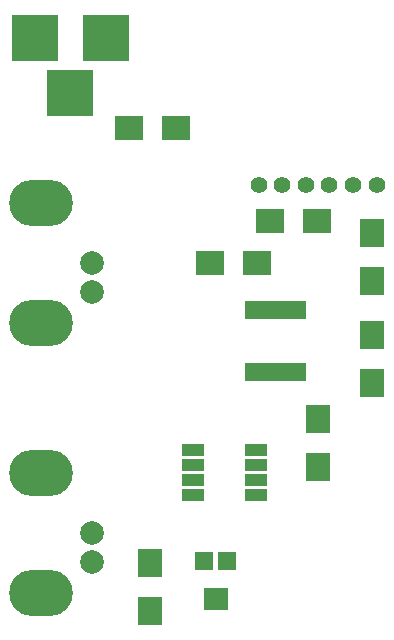
<source format=gbr>
G04 #@! TF.FileFunction,Soldermask,Top*
%FSLAX46Y46*%
G04 Gerber Fmt 4.6, Leading zero omitted, Abs format (unit mm)*
G04 Created by KiCad (PCBNEW 4.0.4-stable) date 12/12/16 02:41:32*
%MOMM*%
%LPD*%
G01*
G04 APERTURE LIST*
%ADD10C,0.100000*%
%ADD11R,0.800000X1.600000*%
%ADD12R,2.000000X2.400000*%
%ADD13R,2.400000X2.000000*%
%ADD14R,3.900120X3.900120*%
%ADD15O,5.401260X3.900120*%
%ADD16C,2.000200*%
%ADD17R,2.400000X2.100000*%
%ADD18R,2.100000X2.400000*%
%ADD19C,1.400000*%
%ADD20R,2.000000X1.900000*%
%ADD21R,1.600000X1.600000*%
%ADD22R,1.950000X1.000000*%
G04 APERTURE END LIST*
D10*
D11*
X148526500Y-100524000D03*
X147891500Y-100524000D03*
X147256500Y-100524000D03*
X146621500Y-100524000D03*
X145986500Y-100524000D03*
X145351500Y-100524000D03*
X144716500Y-100524000D03*
X144081500Y-100524000D03*
X144081500Y-105724000D03*
X144716500Y-105724000D03*
X145351500Y-105724000D03*
X145986500Y-105724000D03*
X146621500Y-105724000D03*
X147256500Y-105724000D03*
X147891500Y-105724000D03*
X148526500Y-105724000D03*
D12*
X154432000Y-98012000D03*
X154432000Y-94012000D03*
X154432000Y-106648000D03*
X154432000Y-102648000D03*
D13*
X137890000Y-85090000D03*
X133890000Y-85090000D03*
D14*
X131930140Y-77470000D03*
X125930660Y-77470000D03*
X128930400Y-82169000D03*
D15*
X126466600Y-101617780D03*
X126466600Y-91419680D03*
D16*
X130731260Y-96520000D03*
X130731260Y-99019360D03*
D15*
X126466600Y-124477780D03*
X126466600Y-114279680D03*
D16*
X130731260Y-119380000D03*
X130731260Y-121879360D03*
D17*
X145828000Y-92964000D03*
X149828000Y-92964000D03*
X144748000Y-96520000D03*
X140748000Y-96520000D03*
D18*
X149860000Y-109760000D03*
X149860000Y-113760000D03*
X135636000Y-125952000D03*
X135636000Y-121952000D03*
D19*
X144860000Y-89930000D03*
X146860000Y-89930000D03*
X148860000Y-89930000D03*
X150860000Y-89930000D03*
X152860000Y-89930000D03*
X154860000Y-89930000D03*
D20*
X141224000Y-125000000D03*
D21*
X142224000Y-121750000D03*
X140224000Y-121750000D03*
D22*
X144686000Y-116205000D03*
X144686000Y-114935000D03*
X144686000Y-113665000D03*
X144686000Y-112395000D03*
X139286000Y-112395000D03*
X139286000Y-113665000D03*
X139286000Y-114935000D03*
X139286000Y-116205000D03*
M02*

</source>
